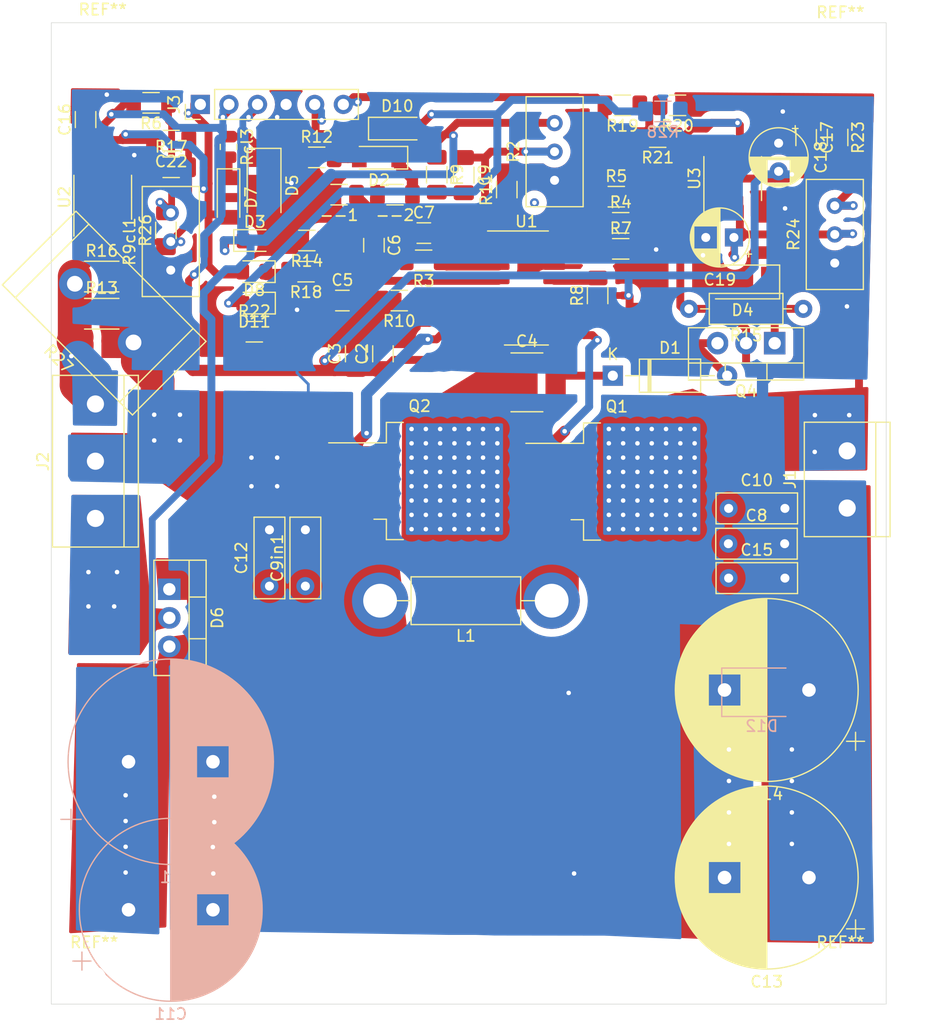
<source format=kicad_pcb>
(kicad_pcb (version 20211014) (generator pcbnew)
  (layers (0 "F.Cu" signal) (31 "B.Cu" signal) (34 "B.Paste" user) (35 "F.Paste" user) (36 "B.SilkS" user "B.Silkscreen") (37 "F.SilkS" user "F.Silkscreen") (38 "B.Mask" user) (39 "F.Mask" user) (44 "Edge.Cuts" user))
  (net 0 "")
  (net 1 "GND")
  (net 2 "Net-(C4-Pad1)")
  (net 3 "Net-(C4-Pad2)")
  (net 4 "Net-(C5-Pad1)")
  (net 5 "Net-(R7-Pad1)")
  (net 6 "Net-(R8-Pad2)")
  (net 7 "Net-(C6-Pad2)")
  (net 8 "Net-(C7-Pad2)")
  (net 9 "Net-(R11-Pad1)")
  (net 10 "Net-(Q1-Pad1)")
  (net 11 "Net-(Q2-Pad1)")
  (net 12 "Net-(--1-Pad1)")
  (net 13 "Net-(--2-Pad1)")
  (net 14 "Net-(D4-Pad1)")
  (net 15 "15V")
  (net 16 "Vin")
  (net 17 "FB")
  (net 18 "Net-(D8-Pad1)")
  (net 19 "CurrLimGND")
  (net 20 "Net-(R23-Pad1)")
  (net 21 "Net-(D10-Pad2)")
  (net 24 "Net-(C19-Pad1)")
  (net 25 "Net-(C22-Pad1)")
  (net 26 "Vout")
  (net 27 "Csense")
  (net 28 "Net-(R26-Pad2)")
  (net 29 "Net-(R19-Pad1)")
  (net 32 "Net-(R22-Pad2)")
  (net 33 "Net-(R21-Pad1)")
  (net 34 "Net-(J2-Pad1)")
  (net 35 "Net-(D7-Pad1)")
  (net 36 "Net-(R5-Pad2)")
  (net 37 "Net-(U1-Pad5)")
  (net 38 "Net-(C9-Pad2)")
  (footprint "Inductor_THT:L_Axial_L9.5mm_D4.0mm_P15.24mm_Horizontal_Fastron_SMCC" (layer "F.Cu") (at 61.468 84.074 180)
    (fp_text reference "L1")
    (fp_text value "45uH")
  )
  (footprint "Package_SO:SOIC-16_3.9x9.9mm_P1.27mm" (layer "F.Cu") (at 59.225 56.315)
    (fp_text reference "U1")
    (fp_text value "NCP1034")
  )
  (footprint "Capacitor_SMD:C_1206_3216Metric_Pad1.42x1.75mm_HandSolder" (layer "F.Cu") (at 42.8775 57.43)
    (fp_text reference "C5")
    (fp_text value "400n")
  )
  (footprint "Capacitor_SMD:C_1206_3216Metric_Pad1.42x1.75mm_HandSolder" (layer "F.Cu") (at 45.68 52.5175 -90)
    (fp_text reference "C6")
    (fp_text value "C")
  )
  (footprint "Capacitor_SMD:C_1206_3216Metric_Pad1.42x1.75mm_HandSolder" (layer "F.Cu") (at 50.1125 51.44)
    (fp_text reference "C7")
    (fp_text value "C")
  )
  (footprint "Package_TO_SOT_SMD:TO-263-2" (layer "F.Cu") (at 49.735 73.45)
    (fp_text reference "Q2")
    (fp_text value "AOB414")
  )
  (footprint "Diode_SMD:D_MiniMELF" (layer "F.Cu") (at 46.13 44.75 180)
    (fp_text reference "D2")
    (fp_text value "D")
  )
  (footprint "TerminalBlock:TerminalBlock_bornier-2_P5.08mm" (layer "F.Cu") (at 87.72 75.85 90)
    (fp_text reference "J1")
    (fp_text value "Conn_01x02")
  )
  (footprint "LED_SMD:LED_0805_2012Metric_Pad1.15x1.40mm_HandSolder" (layer "F.Cu") (at 35.09 52.1)
    (fp_text reference "D3")
    (fp_text value "GREEN")
  )
  (footprint "Resistor_SMD:R_1206_3216Metric_Pad1.30x1.75mm_HandSolder" (layer "F.Cu") (at 42.58 48.03 180)
    (fp_text reference "--1")
    (fp_text value "inf")
  )
  (footprint "Resistor_SMD:R_1206_3216Metric_Pad1.30x1.75mm_HandSolder" (layer "F.Cu") (at 47.55 48.03 180)
    (fp_text reference "--2")
    (fp_text value "0")
  )
  (footprint "Package_TO_SOT_THT:TO-220-3_Vertical" (layer "F.Cu") (at 81.28 61.214 180)
    (fp_text reference "Q4")
    (fp_text value "BD911")
  )
  (footprint "Capacitor_SMD:C_1206_3216Metric" (layer "F.Cu") (at 46.48 62.155 90)
    (fp_text reference "C2")
    (fp_text value "100n")
  )
  (footprint "Capacitor_SMD:C_1206_3216Metric" (layer "F.Cu") (at 44.06 62.155 90)
    (fp_text reference "C3")
    (fp_text value "22u")
  )
  (footprint "Package_TO_SOT_SMD:TO-263-2" (layer "F.Cu") (at 67.25 73.495)
    (fp_text reference "Q1")
    (fp_text value "AOB414")
  )
  (footprint "Resistor_THT:R_Axial_DIN0207_L6.3mm_D2.5mm_P10.16mm_Horizontal" (layer "F.Cu") (at 83.82 58.166 180)
    (fp_text reference "R15")
    (fp_text value "10k")
  )
  (footprint "Resistor_SMD:R_1206_3216Metric_Pad1.30x1.75mm_HandSolder" (layer "F.Cu") (at 50.0975 53.86 180)
    (fp_text reference "R3")
    (fp_text value "150k")
  )
  (footprint "Resistor_SMD:R_1206_3216Metric_Pad1.30x1.75mm_HandSolder" (layer "F.Cu") (at 67.6025 50.53)
    (fp_text reference "R4")
    (fp_text value "220k")
  )
  (footprint "Resistor_SMD:R_1206_3216Metric_Pad1.30x1.75mm_HandSolder" (layer "F.Cu") (at 67.21 48.21)
    (fp_text reference "R5")
    (fp_text value "12k")
  )
  (footprint "Resistor_SMD:R_1206_3216Metric_Pad1.30x1.75mm_HandSolder" (layer "F.Cu") (at 67.6025 52.84)
    (fp_text reference "R7")
    (fp_text value "18k")
  )
  (footprint "Resistor_SMD:R_1206_3216Metric_Pad1.30x1.75mm_HandSolder" (layer "F.Cu") (at 65.55 56.9775 90)
    (fp_text reference "R8")
    (fp_text value "10k")
  )
  (footprint "Resistor_SMD:R_1206_3216Metric_Pad1.30x1.75mm_HandSolder" (layer "F.Cu") (at 47.93 57.43 180)
    (fp_text reference "R10")
    (fp_text value "10k")
  )
  (footprint "Resistor_SMD:R_1206_3216Metric_Pad1.30x1.75mm_HandSolder" (layer "F.Cu") (at 40.5975 44.72)
    (fp_text reference "R12")
    (fp_text value "R")
  )
  (footprint "Resistor_SMD:R_1206_3216Metric_Pad1.30x1.75mm_HandSolder" (layer "F.Cu") (at 39.72 52.1 180)
    (fp_text reference "R14")
    (fp_text value "47k")
  )
  (footprint "Diode_SMD:D_MELF" (layer "F.Cu") (at 35.92 47.22 -90)
    (fp_text reference "D5")
    (fp_text value "5V")
  )
  (footprint "Capacitor_SMD:C_2220_5650Metric" (layer "F.Cu") (at 59.27 64.69)
    (fp_text reference "C4")
    (fp_text value "100nF 200V")
  )
  (footprint "Capacitor_THT:C_Rect_L7.0mm_W2.5mm_P5.00mm" (layer "F.Cu") (at 77.165001 79.015001)
    (fp_text reference "C8")
    (fp_text value "10u")
  )
  (footprint "Capacitor_THT:C_Rect_L7.0mm_W2.5mm_P5.00mm" (layer "F.Cu") (at 77.19 75.88)
    (fp_text reference "C10")
    (fp_text value "100u")
  )
  (footprint "Capacitor_THT:C_Rect_L7.0mm_W2.5mm_P5.00mm" (layer "F.Cu") (at 77.19 82.07)
    (fp_text reference "C15")
    (fp_text value "C")
  )
  (footprint "Capacitor_THT:C_Rect_L7.0mm_W2.5mm_P5.00mm" (layer "F.Cu") (at 39.59 82.78 90)
    (fp_text reference "C9in1")
    (fp_text value "20u")
  )
  (footprint "Capacitor_THT:C_Rect_L7.0mm_W2.5mm_P5.00mm" (layer "F.Cu") (at 36.4 82.78 90)
    (fp_text reference "C12")
    (fp_text value "100n")
  )
  (footprint "Resistor_SMD:R_1206_3216Metric_Pad1.30x1.75mm_HandSolder" (layer "F.Cu") (at 57.48 47.58 90)
    (fp_text reference "R11")
    (fp_text value "3.3k")
  )
  (footprint "Diode_SMD:D_MiniMELF" (layer "F.Cu") (at 32.766 48.288 -90)
    (fp_text reference "D7")
    (fp_text value "D")
  )
  (footprint "LED_SMD:LED_0805_2012Metric_Pad1.15x1.40mm_HandSolder" (layer "F.Cu") (at 35.043 54.864 180)
    (fp_text reference "D8")
    (fp_text value "RED")
  )
  (footprint "Diode_SMD:D_MiniMELF" (layer "F.Cu") (at 47.752 42.164)
    (fp_text reference "D10")
    (fp_text value "D")
  )
  (footprint "LED_SMD:LED_0805_2012Metric_Pad1.15x1.40mm_HandSolder" (layer "F.Cu") (at 35.060999 57.658 180)
    (fp_text reference "D11")
    (fp_text value "YELLOW")
  )
  (footprint "Resistor_SMD:R_1206_3216Metric_Pad1.30x1.75mm_HandSolder" (layer "F.Cu") (at 25.882 39.878 180)
    (fp_text reference "R6")
    (fp_text value "18k")
  )
  (footprint "Resistor_SMD:R_1206_3216Metric_Pad1.30x1.75mm_HandSolder" (layer "F.Cu") (at 27.67 45.6)
    (fp_text reference "R17")
    (fp_text value "10k")
  )
  (footprint "Resistor_SMD:R_1206_3216Metric_Pad1.30x1.75mm_HandSolder" (layer "F.Cu") (at 39.650001 54.864 180)
    (fp_text reference "R18")
    (fp_text value "220")
  )
  (footprint "Resistor_SMD:R_1206_3216Metric_Pad1.30x1.75mm_HandSolder" (layer "F.Cu") (at 67.75 40.1 180)
    (fp_text reference "R19")
    (fp_text value "100k")
  )
  (footprint "Resistor_SMD:R_1206_3216Metric_Pad1.30x1.75mm_HandSolder" (layer "F.Cu") (at 35.052 60.198)
    (fp_text reference "R22")
    (fp_text value "470")
  )
  (footprint "Resistor_SMD:R_1206_3216Metric_Pad1.30x1.75mm_HandSolder" (layer "F.Cu") (at 86.868 42.952 -90)
    (fp_text reference "R23")
    (fp_text value "0")
  )
  (footprint "Package_SO:SOIC-8_3.9x4.9mm_P1.27mm" (layer "F.Cu") (at 77.55 46.6 90)
    (fp_text reference "U3")
    (fp_text value "NE5534")
  )
  (footprint "Package_SO:SOIC-8_3.9x4.9mm_P1.27mm" (layer "F.Cu") (at 21.59 48.26 90)
    (fp_text reference "U2")
    (fp_text value "NE5534")
  )
  (footprint "Resistor_SMD:R_1206_3216Metric_Pad1.30x1.75mm_HandSolder" (layer "F.Cu") (at 72.65 40.1 180)
    (fp_text reference "R20")
    (fp_text value "10k")
  )
  (footprint "Capacitor_SMD:C_1206_3216Metric_Pad1.33x1.80mm_HandSolder" (layer "F.Cu") (at 20.066 41.3635 90)
    (fp_text reference "C16")
    (fp_text value "100n")
  )
  (footprint "Potentiometer_THT:Potentiometer_Bourns_3296W_Vertical" (layer "F.Cu") (at 61.725 41.675 90)
    (fp_text reference "R2")
    (fp_text value "50k")
  )
  (footprint "Potentiometer_THT:Potentiometer_Bourns_3296W_Vertical" (layer "F.Cu") (at 86.614 49.022 90)
    (fp_text reference "R24")
    (fp_text value "100k")
  )
  (footprint "Resistor_SMD:R_2010_5025Metric_Pad1.40x2.65mm_HandSolder" (layer "F.Cu") (at 21.5 55.3)
    (fp_text reference "R16")
    (fp_text value "0.27")
  )
  (footprint "Diode_THT:D_A-405_P10.16mm_Horizontal" (layer "F.Cu") (at 66.9 64.1)
    (fp_text reference "D1")
    (fp_text value "BAV21")
  )
  (footprint "TerminalBlock:TerminalBlock_bornier-3_P5.08mm" (layer "F.Cu") (at 20.94 76.77 90)
    (fp_text reference "J2")
    (fp_text value "Conn_01x03")
  )
  (footprint "Resistor_SMD:R_1206_3216Metric_Pad1.30x1.75mm_HandSolder" (layer "F.Cu") (at 70.89 42.92 180)
    (fp_text reference "R21")
    (fp_text value "10k")
  )
  (footprint "Resistor_SMD:R_1206_3216Metric_Pad1.30x1.75mm_HandSolder" (layer "F.Cu") (at 51.26 46.26 -90)
    (fp_text reference "R9")
    (fp_text value "1.73k")
  )
  (footprint "Capacitor_SMD:C_1206_3216Metric_Pad1.33x1.80mm_HandSolder" (layer "F.Cu") (at 53.66 46.2975 -90)
    (fp_text reference "C9")
    (fp_text value "1094pF")
  )
  (footprint "Capacitor_THT:CP_Radial_D5.0mm_P2.50mm" (layer "F.Cu") (at 81.63 43.46 -90)
    (fp_text reference "C18")
    (fp_text value "100u")
  )
  (footprint "Capacitor_SMD:C_1206_3216Metric_Pad1.33x1.80mm_HandSolder" (layer "F.Cu") (at 84.074 42.9645 -90)
    (fp_text reference "C17")
    (fp_text value "100n")
  )
  (footprint "Capacitor_THT:CP_Radial_D5.0mm_P2.50mm" (layer "F.Cu") (at 77.66 51.83 180)
    (fp_text reference "C19")
    (fp_text value "100u")
  )
  (footprint "Diode_SMD:D_MELF" (layer "F.Cu") (at 78.42 55.78 180)
    (fp_text reference "D4")
    (fp_text value "15V")
  )
  (footprint "Capacitor_SMD:C_1206_3216Metric_Pad1.33x1.80mm_HandSolder" (layer "F.Cu") (at 27.6725 43.23 180)
    (fp_text reference "C22")
    (fp_text value "100n")
  )
  (footprint "Potentiometer_THT:Potentiometer_Bourns_3296W_Vertical" (layer "F.Cu") (at 27.63 49.65 90)
    (fp_text reference "R9cl1")
    (fp_text value "10k")
  )
  (footprint "Resistor_SMD:R_2010_5025Metric_Pad1.40x2.65mm_HandSolder" (layer "F.Cu") (at 21.5 58.6)
    (fp_text reference "R13")
    (fp_text value "0.27")
  )
  (footprint "Connector_PinHeader_2.54mm:PinHeader_1x06_P2.54mm_Vertical" (layer "F.Cu") (at 30.26 40.02 90)
    (fp_text reference "J3")
    (fp_text value "Conn_01x06_Female")
  )
  (footprint "Resistor_SMD:R_1206_3216Metric_Pad1.30x1.75mm_HandSolder" (layer "F.Cu") (at 27.2 51.2 90)
    (fp_text reference "R26")
    (fp_text value "-")
  )
  (footprint "MountingHole:MountingHole_2.1mm" (layer "F.Cu") (at 21.59 34.798)
    (fp_text reference "REF**")
    (fp_text value "MountingHole_2.1mm")
  )
  (footprint "Resistor_THT:R_Radial_Power_L16.1mm_W9.0mm_P7.37mm" (layer "F.Cu") (at 24.325 61.15 135)
    (fp_text reference "R27")
    (fp_text value "0.2 5W")
  )
  (footprint "Capacitor_THT:CP_Radial_D16.0mm_P7.50mm" (layer "F.Cu") (at 84.325 108.65 180)
    (fp_text reference "C13")
    (fp_text value "10u")
  )
  (footprint "Capacitor_THT:CP_Radial_D16.0mm_P7.50mm" (layer "F.Cu") (at 84.325 92 180)
    (fp_text reference "C14")
    (fp_text value "10u")
  )
  (footprint "MountingHole:MountingHole_2.1mm" (layer "F.Cu") (at 87.122 117.602)
    (fp_text reference "REF**")
    (fp_text value "MountingHole_2.1mm")
  )
  (footprint "MountingHole:MountingHole_2.1mm" (layer "F.Cu") (at 20.828 117.602)
    (fp_text reference "REF**")
    (fp_text value "MountingHole_2.1mm")
  )
  (footprint "Resistor_SMD:R_0805_2012Metric" (layer "F.Cu") (at 32.766 43.7915 -90)
    (fp_text reference "Rcl3")
    (fp_text value "1k")
  )
  (footprint "MountingHole:MountingHole_2.1mm" (layer "F.Cu") (at 87.122 35.052)
    (fp_text reference "REF**")
    (fp_text value "MountingHole_2.1mm")
  )
  (footprint "Package_TO_SOT_THT:TO-220-3_Vertical" (layer "F.Cu") (at 27.503 83.058 -90)
    (fp_text reference "D6")
    (fp_text value "Dout")
  )
  (footprint "Capacitor_THT:CP_Radial_D16.0mm_P7.50mm" (layer "B.Cu") (at 23.88 111.51)
    (fp_text reference "C11")
    (fp_text value "10u")
  )
  (footprint "Capacitor_THT:CP_Radial_D18.0mm_P7.50mm" (layer "B.Cu") (at 23.88 98.37)
    (fp_text reference "C1")
    (fp_text value "100n")
  )
  (footprint "Diode_SMD:D_SMB" (layer "B.Cu") (at 80.128001 92.202)
    (fp_text reference "D12")
    (fp_text value "SMBJ100A")
  )
  (footprint "Resistor_SMD:R_1206_3216Metric_Pad1.30x1.75mm_HandSolder" (layer "B.Cu") (at 71.348 40.64)
    (fp_text reference "R28")
    (fp_text value "1k")
  )
  (gr_rect (start 17.018 32.766) (end 91.186 119.888) (layer "Edge.Cuts") (width 0.05) (fill none))
  (segment (start 52.56 58.22) (end 51.79 58.22) (width 0.7) (layer "F.Cu") (net 1))
  (segment (start 47.4 59.76) (end 46.48 60.68) (width 0.25) (layer "F.Cu") (net 1))
  (segment (start 24.71 62.78) (end 24.71 58.25) (width 3) (layer "F.Cu") (net 1))
  (segment (start 47.31 59.41) (end 46.48 60.24) (width 0.7) (layer "F.Cu") (net 1))
  (segment (start 27.4 67.2) (end 26.46 66.26) (width 3) (layer "F.Cu") (net 1))
  (segment (start 26.46 66.26) (end 26.46 64.53) (width 3) (layer "F.Cu") (net 1))
  (segment (start 38.17 52.1) (end 36.115 52.1) (width 0.7) (layer "F.Cu") (net 1))
  (segment (start 50.6 59.41) (end 47.31 59.41) (width 0.7) (layer "F.Cu") (net 1))
  (segment (start 46.48 60.24) (end 46.48 60.68) (width 0.7) (layer "F.Cu") (net 1))
  (segment (start 56.75 58.22) (end 52.56 58.22) (width 0.7) (layer "F.Cu") (net 1))
  (segment (start 52.56 58.22) (end 51.98 58.22) (width 0.7) (layer "F.Cu") (net 1))
  (segment (start 23.495 52.959) (end 25.4 54.864) (width 0.7) (layer "F.Cu") (net 1))
  (segment (start 51.79 58.22) (end 50.6 59.41) (width 0.7) (layer "F.Cu") (net 1))
  (segment (start 26.46 64.53) (end 24.71 62.78) (width 3) (layer "F.Cu") (net 1))
  (segment (start 23.495 50.735) (end 23.495 52.959) (width 0.7) (layer "F.Cu") (net 1))
  (via (at 37.084 71.374) (size 0.8) (drill 0.4) (layers "F.Cu" "B.Cu") (net 1))
  (via (at 34.798 71.374) (size 0.8) (drill 0.4) (layers "F.Cu" "B.Cu") (net 1))
  (via (at 34.798 73.914) (size 0.8) (drill 0.4) (layers "F.Cu" "B.Cu") (net 1))
  (via (at 37.084 73.914) (size 0.8) (drill 0.4) (layers "F.Cu" "B.Cu") (net 1))
  (via (at 82.804 105.664) (size 0.8) (drill 0.4) (layers "F.Cu" "B.Cu") (net 1))
  (via (at 31.5 103.732) (size 0.8) (drill 0.4) (layers "F.Cu" "B.Cu") (net 1))
  (via (at 82 40.65) (size 0.8) (drill 0.4) (layers "F.Cu" "B.Cu") (net 1))
  (via (at 37.084 41.148) (size 0.8) (drill 0.4) (layers "F.Cu" "B.Cu") (net 1))
  (via (at 82.804 97.282) (size 0.8) (drill 0.4) (layers "F.Cu" "B.Cu") (net 1))
  (via (at 28.448 67.564) (size 0.8) (drill 0.4) (layers "F.Cu" "B.Cu") (net 1))
  (via (at 26.162 67.564) (size 0.8) (drill 0.4) (layers "F.Cu" "B.Cu") (net 1))
  (via (at 38.35 47) (size 0.8) (drill 0.4) (layers "F.Cu" "B.Cu") (net 1))
  (via (at 82.2 49.25) (size 0.8) (drill 0.4) (layers "F.Cu" "B.Cu") (net 1))
  (via (at 82.804 102.87) (size 0.8) (drill 0.4) (layers "F.Cu" "B.Cu") (net 1))
  (via (at 31.5 101.472) (size 0.8) (drill 0.4) (layers "F.Cu" "B.Cu") (net 1))
  (via (at 38.85 58.25) (size 0.8) (drill 0.4) (layers "F.Cu" "B.Cu") (net 1))
  (via (at 26.162 69.85) (size 0.8) (drill 0.4) (layers "F.Cu" "B.Cu") (net 1))
  (via (at 63.46 108.29) (size 0.8) (drill 0.4) (layers "F.Cu" "B.Cu") (net 1))
  (via (at 31.41 108.292) (size 0.8) (drill 0.4) (layers "F.Cu" "B.Cu") (net 1))
  (via (at 62.98 92.26) (size 0.8) (drill 0.4) (layers "F.Cu" "B.Cu") (net 1))
  (via (at 28.448 69.85) (size 0.8) (drill 0.4) (layers "F.Cu" "B.Cu") (net 1))
  (via (at 70.75 52.9) (size 0.8) (drill 0.4) (layers "F.Cu" "B.Cu") (net 1))
  (via (at 87.7 57.95) (size 0.8) (drill 0.4) (layers "F.Cu" "B.Cu") (net 1))
  (via (at 74.91 53.41) (size 0.8) (drill 0.4) (layers "F.Cu" "B.Cu") (net 1))
  (via (at 24.39 44.52) (size 0.8) (drill 0.4) (layers "F.Cu" "B.Cu") (net 1))
  (via (at 21.95 39.15) (size 0.8) (drill 0.4) (layers "F.Cu" "B.Cu") (net 1))
  (via (at 82.804 100.076) (size 0.8) (drill 0.4) (layers "F.Cu" "B.Cu") (net 1))
  (via (at 31.37 105.942) (size 0.8) (drill 0.4) (layers "F.Cu" "B.Cu") (net 1))
  (segment (start 27.4 67.2) (end 27.4 62.55) (width 1) (layer "B.Cu") (net 1))
  (segment (start 38.85 63.85) (end 39.85 64.85) (width 0.25) (layer "B.Cu") (net 1))
  (segment (start 87.7 62.9) (end 87.7 57.95) (width 1) (layer "B.Cu") (net 1))
  (segment (start 27.4 67.2) (end 27.4 67.2) (width 1) (layer "B.Cu") (net 1))
  (segment (start 37.74 40.5) (end 38.21 40.03) (width 0.7) (layer "B.Cu") (net 1))
  (segment (start 86.85 63.75) (end 87.7 62.9) (width 1) (layer "B.Cu") (net 1))
  (segment (start 38.85 58.25) (end 38.85 63.85) (width 0.25) (layer "B.Cu") (net 1))
  (segment (start 81.05 63.75) (end 86.85 63.75) (width 1) (layer "B.Cu") (net 1))
  (segment (start 80.2 64.4) (end 80.4 64.4) (width 1) (layer "B.Cu") (net 1))
  (segment (start 80.4 64.4) (end 81.05 63.75) (width 1) (layer "B.Cu") (net 1))
  (segment (start 39.85 64.85) (end 39.85 71.46) (width 0.25) (layer "B.Cu") (net 1))
  (segment (start 80.2 67.05) (end 80.2 64.4) (width 1) (layer "B.Cu") (net 1))
  (segment (start 53.365 73.55) (end 53.16 73.55) (width 1) (layer "F.Cu") (net 2))
  (segment (start 65.305 58.22) (end 65.55 58.465) (width 0.7) (layer "F.Cu") (net 2))
  (segment (start 61.7 58.22) (end 65.305 58.22) (width 0.7) (layer "F.Cu") (net 2))
  (via (at 55.372 76.454) (size 0.8) (drill 0.4) (layers "F.Cu" "B.Cu") (net 2))
  (via (at 51.562 68.834) (size 0.8) (drill 0.4) (layers "F.Cu" "B.Cu") (net 2))
  (via (at 54.102 68.834) (size 0.8) (drill 0.4) (layers "F.Cu" "B.Cu") (net 2))
  (via (at 54.102 71.374) (size 0.8) (drill 0.4) (layers "F.Cu" "B.Cu") (net 2))
  (via (at 52.832 73.914) (size 0.8) (drill 0.4) (layers "F.Cu" "B.Cu") (net 2))
  (via (at 50.292 77.724) (size 0.8) (drill 0.4) (layers "F.Cu" "B.Cu") (net 2))
  (via (at 51.562 75.184) (size 0.8) (drill 0.4) (layers "F.Cu" "B.Cu") (net 2))
  (via (at 52.832 75.184) (size 0.8) (drill 0.4) (layers "F.Cu" "B.Cu") (net 2))
  (via (at 55.372 71.374) (size 0.8) (drill 0.4) (layers "F.Cu" "B.Cu") (net 2))
  (via (at 56.642 76.454) (size 0.8) (drill 0.4) (layers "F.Cu" "B.Cu") (net 2))
  (via (at 50.292 72.644) (size 0.8) (drill 0.4) (layers "F.Cu" "B.Cu") (net 2))
  (via (at 50.292 75.184) (size 0.8) (drill 0.4) (layers "F.Cu" "B.Cu") (net 2))
  (via (at 54.102 73.914) (size 0.8) (drill 0.4) (layers "F.Cu" "B.Cu") (net 2))
  (via (at 56.642 72.644) (size 0.8) (drill 0.4) (layers "F.Cu" "B.Cu") (net 2))
  (via (at 49.022 68.834) (size 0.8) (drill 0.4) (layers "F.Cu" "B.Cu") (net 2))
  (via (at 49.022 76.454) (size 0.8) (drill 0.4) (layers "F.Cu" "B.Cu") (net 2))
  (via (at 55.372 77.724) (size 0.8) (drill 0.4) (layers "F.Cu" "B.Cu") (net 2))
  (via (at 56.642 70.104) (size 0.8) (drill 0.4) (layers "F.Cu" "B.Cu") (net 2))
  (via (at 56.642 77.724) (size 0.8) (drill 0.4) (layers "F.Cu" "B.Cu") (net 2))
  (via (at 52.832 77.724) (size 0.8) (drill 0.4) (layers "F.Cu" "B.Cu") (net 2))
  (via (at 55.372 70.104) (size 0.8) (drill 0.4) (layers "F.Cu" "B.Cu") (net 2))
  (via (at 49.022 70.104) (size 0.8) (drill 0.4) (layers "F.Cu" "B.Cu") (net 2))
  (via (at 52.832 76.454) (size 0.8) (drill 0.4) (layers "F.Cu" "B.Cu") (net 2))
  (via (at 52.832 71.374) (size 0.8) (drill 0.4) (layers "F.Cu" "B.Cu") (net 2))
  (via (at 51.562 77.724) (size 0.8) (drill 0.4) (layers "F.Cu" "B.Cu") (net 2))
  (via (at 49.022 73.914) (size 0.8) (drill 0.4) (layers "F.Cu" "B.Cu") (net 2))
  (via (at 56.642 68.834) (size 0.8) (drill 0.4) (layers "F.Cu" "B.Cu") (net 2))
  (via (at 54.102 76.454) (size 0.8) (drill 0.4) (layers "F.Cu" "B.Cu") (net 2))
  (via (at 55.372 73.914) (size 0.8) (drill 0.4) (layers "F.Cu" "B.Cu") (net 2))
  (via (at 50.292 76.454) (size 0.8) (drill 0.4) (layers "F.Cu" "B.Cu") (net 2))
  (via (at 56.642 75.184) (size 0.8) (drill 0.4) (layers "F.Cu" "B.Cu") (net 2))
  (via (at 55.372 72.644) (size 0.8) (drill 0.4) (layers "F.Cu" "B.Cu") (net 2))
  (via (at 54.102 70.104) (size 0.8) (drill 0.4) (layers "F.Cu" "B.Cu") (net 2))
  (via (at 52.832 70.104) (size 0.8) (drill 0.4) (layers "F.Cu" "B.Cu") (net 2))
  (via (at 49.022 72.644) (size 0.8) (drill 0.4) (layers "F.Cu" "B.Cu") (net 2))
  (via (at 56.642 71.374) (size 0.8) (drill 0.4) (layers "F.Cu" "B.Cu") (net 2))
  (via (at 51.562 71.374) (size 0.8) (drill 0.4) (layers "F.Cu" "B.Cu") (net 2))
  (via (at 49.022 75.184) (size 0.8) (drill 0.4) (layers "F.Cu" "B.Cu") (net 2))
  (via (at 50.292 68.834) (size 0.8) (drill 0.4) (layers "F.Cu" "B.Cu") (net 2))
  (via (at 50.292 71.374) (size 0.8) (drill 0.4) (layers "F.Cu" "B.Cu") (net 2))
  (via (at 55.372 75.184) (size 0.8) (drill 0.4) (layers "F.Cu" "B.Cu") (net 2))
  (via (at 54.102 72.644) (size 0.8) (drill 0.4) (layers "F.Cu" "B.Cu") (net 2))
  (via (at 49.022 71.374) (size 0.8) (drill 0.4) (layers "F.Cu" "B.Cu") (net 2))
  (via (at 55.372 68.834) (size 0.8) (drill 0.4) (layers "F.Cu" "B.Cu") (net 2))
  (via (at 50.292 70.104) (size 0.8) (drill 0.4) (layers "F.Cu" "B.Cu") (net 2))
  (via (at 54.102 75.184) (size 0.8) (drill 0.4) (layers "F.Cu" "B.Cu") (net 2))
  (via (at 54.102 77.724) (size 0.8) (drill 0.4) (layers "F.Cu" "B.Cu") (net 2))
  (via (at 52.832 72.644) (size 0.8) (drill 0.4) (layers "F.Cu" "B.Cu") (net 2))
  (via (at 51.562 72.644) (size 0.8) (drill 0.4) (layers "F.Cu" "B.Cu") (net 2))
  (via (at 51.562 73.914) (size 0.8) (drill 0.4) (layers "F.Cu" "B.Cu") (net 2))
  (via (at 51.562 76.454) (size 0.8) (drill 0.4) (layers "F.Cu" "B.Cu") (net 2))
  (via (at 52.832 68.834) (size 0.8) (drill 0.4) (layers "F.Cu" "B.Cu") (net 2))
  (via (at 56.642 73.914) (size 0.8) (drill 0.4) (layers "F.Cu" "B.Cu") (net 2))
  (via (at 50.292 73.914) (size 0.8) (drill 0.4) (layers "F.Cu" "B.Cu") (net 2))
  (via (at 51.562 70.104) (size 0.8) (drill 0.4) (layers "F.Cu" "B.Cu") (net 2))
  (via (at 49.022 77.724) (size 0.8) (drill 0.4) (layers "F.Cu" "B.Cu") (net 2))
  (segment (start 61.82 64.69) (end 61.82 60.88) (width 0.7) (layer "F.Cu") (net 3))
  (segment (start 66.9 64.1) (end 62.41 64.1) (width 0.7) (layer "F.Cu") (net 3))
  (segment (start 62.41 64.1) (end 61.82 64.69) (width 0.7) (layer "F.Cu") (net 3))
  (segment (start 61.82 60.88) (end 61.7 60.76) (width 0.7) (layer "F.Cu") (net 3))
  (segment (start 56.75 55.68) (end 43.14 55.68) (width 0.7) (layer "F.Cu") (net 4))
  (segment (start 42.505 56.315) (end 41.39 57.43) (width 0.7) (layer "F.Cu") (net 4))
  (segment (start 43.14 55.68) (end 42.505 56.315) (width 0.7) (layer "F.Cu") (net 4))
  (segment (start 65.815 53.14) (end 66.115 52.84) (width 0.7) (layer "F.Cu") (net 5))
  (segment (start 61.7 53.14) (end 65.815 53.14) (width 0.7) (layer "F.Cu") (net 5))
  (segment (start 65.36 55.68) (end 65.55 55.49) (width 0.7) (layer "F.Cu") (net 6))
  (segment (start 61.7 55.68) (end 65.36 55.68) (width 0.7) (layer "F.Cu") (net 6))
  (segment (start 45.825 53.86) (end 45.68 54.005) (width 0.7) (layer "F.Cu") (net 7))
  (segment (start 48.61 53.86) (end 45.825 53.86) (width 0.7) (layer "F.Cu") (net 7))
  (segment (start 52.135 54.41) (end 51.585 53.86) (width 0.7) (layer "F.Cu") (net 8))
  (segment (start 51.6 51.44) (end 51.6 53.845) (width 0.7) (layer "F.Cu") (net 8))
  (segment (start 56.75 54.41) (end 52.135 54.41) (width 0.7) (layer "F.Cu") (net 8))
  (segment (start 51.6 53.845) (end 51.585 53.86) (width 0.7) (layer "F.Cu") (net 8))
  (segment (start 56.75 49.86) (end 57.48 49.13) (width 0.7) (layer "F.Cu") (net 9))
  (segment (start 56.66 51.78) (end 56.75 51.87) (width 0.7) (layer "F.Cu") (net 9))
  (segment (start 56.75 51.87) (end 56.75 49.86) (width 0.7) (layer "F.Cu") (net 9))
  (segment (start 61.475 70.955) (end 61.475 70.175) (width 1) (layer "F.Cu") (net 10))
  (segment (start 63.33 59.49) (end 61.7 59.49) (width 0.7) (layer "F.Cu") (net 10))
  (segment (start 61.475 70.175) (end 62.62 69.03) (width 1) (layer "F.Cu") (net 10))
  (segment (start 65.08 60.5) (end 64.34 60.5) (width 0.7) (layer "F.Cu") (net 10))
  (segment (start 65.53 60.95) (end 65.08 60.5) (width 0.7) (layer "F.Cu") (net 10))
  (segment (start 64.34 60.5) (end 63.33 59.49) (width 0.7) (layer "F.Cu") (net 10))
  (via (at 65.53 60.95) (size 0.8) (drill 0.4) (layers "F.Cu" "B.Cu") (net 10))
  (via (at 62.62 69.03) (size 0.8) (drill 0.4) (layers "F.Cu" "B.Cu") (net 10))
  (segment (start 64.8 66.85) (end 64.8 61.68) (width 0.7) (layer "B.Cu") (net 10))
  (segment (start 62.62 69.03) (end 64.8 66.85) (width 0.7) (layer "B.Cu") (net 10))
  (segment (start 64.8 61.68) (end 65.53 60.95) (width 0.7) (layer "B.Cu") (net 10))
  (segment (start 56.75 59.49) (end 52.62 59.49) (width 0.7) (layer "F.Cu") (net 11))
  (segment (start 52.62 59.49) (end 51.24 60.87) (width 0.7) (layer "F.Cu") (net 11))
  (segment (start 44.215 70.015) (end 45.03 69.2) (width 1) (layer "F.Cu") (net 11))
  (segment (start 44.215 71.01) (end 44.215 70.015) (width 1) (layer "F.Cu") (net 11))
  (segment (start 51.24 60.87) (end 50.47 60.87) (width 0.7) (layer "F.Cu") (net 11))
  (via (at 45.03 69.2) (size 0.8) (drill 0.4) (layers "F.Cu" "B.Cu") (net 11))
  (via (at 50.47 60.87) (size 0.8) (drill 0.4) (layers "F.Cu" "B.Cu") (net 11))
  (segment (start 49.86 60.87) (end 50.47 60.87) (width 1) (layer "B.Cu") (net 11))
  (segment (start 45.03 69.2) (end 45.03 65.7) (width 1) (layer "B.Cu") (net 11))
  (segment (start 45.03 65.7) (end 49.86 60.87) (width 1) (layer "B.Cu") (net 11))
  (segment (start 45.68 48.35) (end 46 48.03) (width 0.7) (layer "F.Cu") (net 12))
  (segment (start 45.68 49.58) (end 44.13 48.03) (width 0.7) (layer "F.Cu") (net 12))
  (segment (start 48.215 51.03) (end 48.625 51.44) (width 0.7) (layer "F.Cu") (net 12))
  (segment (start 45.68 49.58) (end 45.68 48.35) (width 0.7) (layer "F.Cu") (net 12))
  (segment (start 45.68 51.03) (end 45.68 49.58) (width 0.7) (layer "F.Cu") (net 12))
  (segment (start 45.68 51.03) (end 48.215 51.03) (width 0.7) (layer "F.Cu") (net 12))
  (segment (start 59.17 44.21) (end 61.71 44.21) (width 0.7) (layer "F.Cu") (net 13))
  (segment (start 49.1 49.12) (end 49.54 49.56) (width 0.7) (layer "F.Cu") (net 13))
  (segment (start 56.08 44.21) (end 59.17 44.21) (width 0.7) (layer "F.Cu") (net 13))
  (segment (start 49.54 49.56) (end 52.89 49.56) (width 0.7) (layer "F.Cu") (net 13))
  (segment (start 55.555 44.735) (end 56.08 44.21) (width 0.7) (layer "F.Cu") (net 13))
  (segment (start 53.42 50.09) (end 53.42 52.67) (width 0.7) (layer "F.Cu") (net 13))
  (segment (start 59.17 44.21) (end 59.17 44.21) (width 0.7) (layer "F.Cu") (net 13))
  (segment (start 47.88 45.37) (end 49.1 46.59) (width 1) (layer "F.Cu") (net 13))
  (segment (start 53.66 44.735) (end 55.555 44.735) (width 0.7) (layer "F.Cu") (net 13))
  (segment (start 52.89 49.56) (end 53.42 50.09) (width 0.7) (layer "F.Cu") (net 13))
  (segment (start 53.89 53.14) (end 56.75 53.14) (width 0.7) (layer "F.Cu") (net 13))
  (segment (start 54.42 50.09) (end 53.42 50.09) (width 0.7) (layer "F.Cu") (net 13))
  (segment (start 59.94 48.58) (end 59.94 48.75) (width 0.25) (layer "F.Cu") (net 13))
  (segment (start 55.555 48.955) (end 54.42 50.09) (width 0.7) (layer "F.Cu") (net 13))
  (segment (start 49.1 46.59) (end 49.1 48.03) (width 1) (layer "F.Cu") (net 13))
  (segment (start 55.555 44.735) (end 55.555 48.955) (width 0.7) (layer "F.Cu") (net 13))
  (segment (start 49.1 48.03) (end 49.1 49.12) (width 0.7) (layer "F.Cu") (net 13))
  (segment (start 53.42 52.67) (end 53.89 53.14) (width 0.7) (layer "F.Cu") (net 13))
  (via (at 59.17 44.21) (size 0.8) (drill 0.4) (layers "F.Cu" "B.Cu") (net 13))
  (via (at 59.94 48.75) (size 0.8) (drill 0.4) (layers "F.Cu" "B.Cu") (net 13))
  (segment (start 59.17 44.21) (end 61.71 44.21) (width 0.7) (layer "B.Cu") (net 13))
  (segment (start 81.28 56.24) (end 80.82 55.78) (width 0.7) (layer "F.Cu") (net 14))
  (segment (start 81.28 61.214) (end 81.28 58.674) (width 0.7) (layer "F.Cu") (net 14))
  (segment (start 81.788 58.166) (end 83.82 58.166) (width 0.7) (layer "F.Cu") (net 14))
  (segment (start 81.28 58.674) (end 81.28 56.24) (width 0.7) (layer "F.Cu") (net 14))
  (segment (start 81.28 58.674) (end 81.788 58.166) (width 0.7) (layer "F.Cu") (net 14))
  (segment (start 81.34 45.84) (end 81.34 46.56) (width 0.7) (layer "F.Cu") (net 15))
  (segment (start 73.084 61.214) (end 74.174 61.214) (width 0.7) (layer "F.Cu") (net 15))
  (segment (start 51.47 62.7) (end 47.41 62.7) (width 0.7) (layer "F.Cu") (net 15))
  (segment (start 85.372 46.228) (end 85.252 46.108) (width 0.7) (layer "F.Cu") (net 15))
  (segment (start 81.3 46.6) (end 82.432 46.6) (width 0.7) (layer "F.Cu") (net 15))
  (segment (start 63.95 56.95) (end 63.98 56.98) (width 0.6) (layer "F.Cu") (net 15))
  (segment (start 46.99 63.16) (end 47.02 63.13) (width 0.7) (layer "F.Cu") (net 15))
  (segment (start 82.804 46.228) (end 85.372 46.228) (width 0.7) (layer "F.Cu") (net 15))
  (segment (start 29.594 63.63) (end 29.21 63.246) (width 1) (layer "F.Cu") (net 15))
  (segment (start 61.7 56.95) (end 63.55 56.95) (width 0.7) (layer "F.Cu") (net 15))
  (segment (start 81.34 46.56) (end 81.3 46.6) (width 0.7) (layer "F.Cu") (net 15))
  (segment (start 86.868 44.502) (end 85.252 44.502) (width 0.7) (layer "F.Cu") (net 15))
  (segment (start 20.066 42.926) (end 20.574 42.926) (width 0.7) (layer "F.Cu") (net 15))
  (segment (start 77.85 46.6) (end 81.3 46.6) (width 0.7) (layer "F.Cu") (net 15))
  (segment (start 22.479 40.767) (end 22.352 40.894) (width 0.7) (layer "F.Cu") (net 15))
  (segment (start 29.21 55.626) (end 29.718 55.118) (width 0.6) (layer "F.Cu") (net 15))
  (segment (start 68.39 57.98) (end 69.85 57.98) (width 0.7) (layer "F.Cu") (net 15))
  (segment (start 73.084 61.214) (end 69.85 57.98) (width 0.7) (layer "F.Cu") (net 15))
  (segment (start 56.75 60.76) (end 53.41 60.76) (width 0.7) (layer "F.Cu") (net 15))
  (segment (start 42.18 63.63) (end 41.32 62.77) (width 1) (layer "F.Cu") (net 15))
  (segment (start 32.8 40.02) (end 32.8 40.606) (width 0.6) (layer "F.Cu") (net 15))
  (segment (start 82.432 46.6) (end 82.804 46.228) (width 0.7) (layer "F.Cu") (net 15))
  (segment (start 32.8 40.606) (end 32.258 41.148) (width 0.6) (layer "F.Cu") (net 15))
  (segment (start 41.71 63.16) (end 41.32 62.77) (width 0.7) (layer "F.Cu") (net 15))
  (segment (start 20.955 45.785) (end 20.955 42.545) (width 0.7) (layer "F.Cu") (net 15))
  (segment (start 44.28 63.16) (end 41.71 63.16) (width 0.7) (layer "F.Cu") (net 15))
  (segment (start 74.174 61.214) (end 77.06 64.1) (width 0.7) (layer "F.Cu") (net 15))
  (segment (start 22.733 40.767) (end 23.622 39.878) (width 0.7) (layer "F.Cu") (net 15))
  (segment (start 42.18 63.63) (end 29.594 63.63) (width 1) (layer "F.Cu") (net 15))
  (segment (start 76.2 61.214) (end 73.084 61.214) (width 0.7) (layer "F.Cu") (net 15))
  (segment (start 22.733 40.767) (end 22.479 40.767) (width 0.7) (layer "F.Cu") (net 15))
  (segment (start 23.622 39.878) (end 24.332 39.878) (width 0.7) (layer "F.Cu") (net 15))
  (segment (start 76.915 45.665) (end 77.85 46.6) (width 0.7) (layer "F.Cu") (net 15))
  (segment (start 85.252 46.108) (end 85.252 44.502) (width 0.7) (layer "F.Cu") (net 15))
  (segment (start 44.28 63.16) (end 46.99 63.16) (width 0.7) (layer "F.Cu") (net 15))
  (segment (start 32.72 40.13) (end 32.83 40.02) (width 0.7) (layer "F.Cu") (net 15))
  (segment (start 76.915 44.125) (end 76.915 45.665) (width 0.7) (layer "F.Cu") (net 15))
  (segment (start 63.55 56.95) (end 63.95 56.95) (width 0.6) (layer "F.Cu") (net 15))
  (segment (start 53.41 60.76) (end 51.47 62.7) (width 0.7) (layer "F.Cu") (net 15))
  (segment (start 20.574 42.926) (end 22.733 40.767) (width 0.7) (layer "F.Cu") (net 15))
  (segment (start 47.41 62.7) (end 46.48 63.63) (width 0.7) (layer "F.Cu") (net 15))
  (segment (start 67.77 56.98) (end 68.29 56.98) (width 0.7) (layer "F.Cu") (net 15))
  (segment (start 46.48 63.63) (end 42.18 63.63) (width 1) (layer "F.Cu") (net 15))
  (segment (start 68.29 56.98) (end 68.3 56.97) (width 0.7) (layer "F.Cu") (net 15))
  (segment (start 68.39 57.98) (end 68.39 57.06) (width 0.7) (layer "F.Cu") (net 15))
  (segment (start 85.252 44.502) (end 83.514 44.502) (width 0.7) (layer "F.Cu") (net 15))
  (segment (start 63.98 56.98) (end 67.77 56.98) (width 0.6) (layer "F.Cu") (net 15))
  (segment (start 68.39 57.06) (end 68.3 56.97) (width 0.7) (layer "F.Cu") (net 15))
  (segment (start 29.21 63.246) (end 29.21 55.626) (width 0.6) (layer "F.Cu") (net 15))
  (via (at 68.3 56.97) (size 0.8) (drill 0.4) (layers "F.Cu" "B.Cu") (net 15))
  (via (at 29.718 55.118) (size 0.8) (drill 0.4) (layers "F.Cu" "B.Cu") (net 15))
  (via (at 41.32 62.77) (size 0.8) (drill 0.4) (layers "F.Cu" "B.Cu") (net 15))
  (via (at 82.804 46.228) (size 0.8) (drill 0.4) (layers "F.Cu" "B.Cu") (net 15))
  (via (at 22.352 40.894) (size 0.8) (drill 0.4) (layers "F.Cu" "B.Cu") (net 15))
  (via (at 32.258 41.148) (size 0.8) (drill 0.4) (layers "F.Cu" "B.Cu") (net 15))
  (segment (start 31.9 42.1) (end 32.258 42.458) (width 0.7) (layer "B.Cu") (net 15))
  (segment (start 32.258 42.458) (end 32.258 42.926) (width 0.7) (layer "B.Cu") (net 15))
  (segment (start 32.004 43.688) (end 32.004 43.18) (width 1) (layer "B.Cu") (net 15))
  (segment (start 32.5 40.35) (end 32.83 40.02) (width 0.7) (layer "B.Cu") (net 15))
  (segment (start 32.258 42.926) (end 32.004 43.18) (width 0.7) (layer "B.Cu") (net 15))
  (segment (start 68.3 56.97) (end 68.3 55.31) (width 0.7) (layer "B.Cu") (net 15))
  (segment (start 78.75 55.2) (end 79.5 54.45) (width 0.7) (layer "B.Cu") (net 15))
  (segment (start 68.3 55.31) (end 68.19 55.2) (width 0.7) (layer "B.Cu") (net 15))
  (segment (start 80.322 46.228) (end 82.804 46.228) (width 0.7) (layer "B.Cu") (net 15))
  (segment (start 48.89 55.2) (end 41.32 62.77) (width 0.7) (layer "B.Cu") (net 15))
  (segment (start 79.5 54.45) (end 79.5 47.05) (width 0.7) (layer "B.Cu") (net 15))
  (segment (start 30.6 54.236) (end 30.6 53.474) (width 0.6) (layer "B.Cu") (net 15))
  (segment (start 26.994 40.894) (end 28.2 42.1) (width 0.7) (layer "B.Cu") (net 15))
  (segment (start 32.004 49.784) (end 32.004 43.688) (width 1) (layer "B.Cu") (net 15))
  (segment (start 29.718 55.118) (end 30.6 54.236) (width 0.6) (layer "B.Cu") (net 15))
  (segment (start 32.258 41.91) (end 32.258 41.148) (width 0.6) (layer "B.Cu") (net 15))
  (segment (start 79.5 47.05) (end 80.322 46.228) (width 0.7) (layer "B.Cu") (net 15))
  (segment (start 32.258 41.148) (end 32.258 40.562) (width 0.6) (layer "B.Cu") (net 15))
  (segment (start 32.258 40.562) (end 32.8 40.02) (width 0.6) (layer "B.Cu") (net 15))
  (segment (start 32.258 41.91) (end 32.258 42.458) (width 0.7) (layer "B.Cu") (net 15))
  (segment (start 68.19 55.2) (end 78.75 55.2) (width 0.7) (layer "B.Cu") (net 15))
  (segment (start 28.2 42.1) (end 31.9 42.1) (width 0.7) (layer "B.Cu") (net 15))
  (segment (start 30.6 51.65) (end 32.004 50.246) (width 0.7) (layer "B.Cu") (net 15))
  (segment (start 22.352 40.894) (end 26.994 40.894) (width 0.7) (layer "B.Cu") (net 15))
  (segment (start 68.19 55.2) (end 48.89 55.2) (width 0.7) (layer "B.Cu") (net 15))
  (segment (start 30.6 53.474) (end 30.6 51.65) (width 0.7) (layer "B.Cu") (net 15))
  (segment (start 32.004 50.246) (end 32.004 49.784) (width 0.7) (layer "B.Cu") (net 15))
  (segment (start 66.65 45.11) (end 66.65 41.86) (width 0.6) (layer "F.Cu") (net 16))
  (segment (start 88.77 69.72) (end 87.72 70.77) (width 0.7) (layer "F.Cu") (net 16))
  (segment (start 69.1525 50.53) (end 71.09 50.53) (width 0.7) (layer "F.Cu") (net 16))
  (segment (start 63.754 39.37) (end 43.886 39.37) (width 0.7) (layer "F.Cu") (net 16))
  (segment (start 78.74 61.214) (end 78.74 59.944) (width 0.7) (layer "F.Cu") (net 16))
  (segment (start 78.74 59.944) (end 76.962 58.166) (width 0.7) (layer "F.Cu") (net 16))
  (segment (start 88.77 63.87) (end 79.618 63.87) (width 0.7) (layer "F.Cu") (net 16))
  (segment (start 72.898 57.912) (end 73.152 58.166) (width 0.7) (layer "F.Cu") (net 16))
  (segment (start 71.09 50.53) (end 71.44 50.88) (width 0.7) (layer "F.Cu") (net 16))
  (segment (start 68.67 46.49) (end 68.11 45.93) (width 0.6) (layer "F.Cu") (net 16))
  (segment (start 73.152 58.166) (end 73.66 58.166) (width 0.7) (layer "F.Cu") (net 16))
  (segment (start 70.625 73.495) (end 70.625 72.365) (width 1) (layer "F.Cu") (net 16))
  (segment (start 79.618 63.87) (end 78.74 62.992) (width 0.7) (layer "F.Cu") (net 16))
  (segment (start 88.77 63.87) (end 88.77 69.72) (width 0.7) (layer "F.Cu") (net 16))
  (segment (start 68.11 45.93) (end 67.47 45.93) (width 0.6) (layer "F.Cu") (net 16))
  (segment (start 71.09 47.42) (end 70.16 46.49) (width 0.6) (layer "F.Cu") (net 16))
  (segment (start 66.2 41.41) (end 66.2 40.1) (width 0.6) (layer "F.Cu") (net 16))
  (segment (start 65.47 39.37) (end 66.2 40.1) (width 0.6) (layer "F.Cu") (net 16))
  (segment (start 66.65 41.86) (end 66.2 41.41) (width 0.6) (layer "F.Cu") (net 16))
  (segment (start 78.74 62.992) (end 78.74 61.214) (width 0.7) (layer "F.Cu") (net 16))
  (segment (start 70.16 46.49) (end 68.67 46.49) (width 0.6) (layer "F.Cu") (net 16))
  (segment (start 66.168 40.132) (end 66.2 40.1) (width 0.7) (layer "F.Cu") (net 16))
  (segment (start 72.898 52.338) (end 72.898 57.912) (width 0.7) (layer "F.Cu") (net 16))
  (segment (start 43.886 39.37) (end 43.206 40.05) (width 0.7) (layer "F.Cu") (net 16))
  (segment (start 67.47 45.93) (end 66.65 45.11) (width 0.6) (layer "F.Cu") (net 16))
  (segment (start 63.754 39.37) (end 65.47 39.37) (width 0.6) (layer "F.Cu") (net 16))
  (segment (start 76.962 58.166) (end 73.66 58.166) (width 0.7) (layer "F.Cu") (net 16))
  (segment (start 71.44 50.88) (end 72.898 52.338) (width 0.7) (layer "F.Cu") (net 16))
  (segment (start 71.09 50.53) (end 71.09 47.42) (width 0.6) (layer "F.Cu") (net 16))
  (via (at 66.548 72.644) (size 0.8) (drill 0.4) (layers "F.Cu" "B.Cu") (net 16))
  (via (at 67.818 73.914) (size 0.8) (drill 0.4) (layers "F.Cu" "B.Cu") (net 16))
  (via (at 69.088 77.724) (size 0.8) (drill 0.4) (layers "F.Cu" "B.Cu") (net 16))
  (via (at 69.088 72.644) (size 0.8) (drill 0.4) (layers "F.Cu" "B.Cu") (net 16))
  (via (at 74.168 68.834) (size 0.8) (drill 0.4) (layers "F.Cu" "B.Cu") (net 16))
  (via (at 70.358 68.834) (size 0.8) (drill 0.4) (layers "F.Cu" "B.Cu") (net 16))
  (via (at 70.358 76.454) (size 0.8) (drill 0.4) (layers "F.Cu" "B.Cu") (net 16))
  (via (at 44.22 39.81) (size 0.8) (drill 0.4) (layers "F.Cu" "B.Cu") (net 16))
  (via (at 70.358 72.644) (size 0.8) (drill 0.4) (layers "F.Cu" "B.Cu") (net 16))
  (via (at 77.216 97.282) (size 0.8) (drill 0.4) (layers "F.Cu" "B.Cu") (net 16))
  (via (at 74.168 77.724) (size 0.8) (drill 0.4) (layers "F.Cu" "B.Cu") (net 16))
  (via (at 67.818 70.104) (size 0.8) (drill 0.4) (layers "F.Cu" "B.Cu") (net 16))
  (via (at 69.088 68.834) (size 0.8) (drill 0.4) (layers "F.Cu" "B.Cu") (net 16))
  (via (at 66.548 75.184) (size 0.8) (drill 0.4) (layers "F.Cu" "B.Cu") (net 16))
  (via (at 66.548 77.724) (size 0.8) (drill 0.4) (layers "F.Cu" "B.Cu") (net 16))
  (via (at 67.818 71.374) (size 0.8) (drill 0.4) (layers "F.Cu" "B.Cu") (net 16))
  (via (at 77.216 105.664) (size 0.8) (drill 0.4) (layers "F.Cu" "B.Cu") (net 16))
  (via (at 71.628 70.104) (size 0.8) (drill 0.4) (layers "F.Cu" "B.Cu") (net 16))
  (via (at 67.818 77.724) (size 0.8) (drill 0.4) (layers "F.Cu" "B.Cu") (net 16))
  (via (at 67.818 76.454) (size 0.8) (drill 0.4) (layers "F.Cu" "B.Cu") (net 16))
  (via (at 71.628 76.454) (size 0.8) (drill 0.4) (layers "F.Cu" "B.Cu") (net 16))
  (via (at 66.548 76.454) (size 0.8) (drill 0.4) (layers "F.Cu" "B.Cu") (net 16))
  (via (at 77.216 102.87) (size 0.8) (drill 0.4) (layers "F.Cu" "B.Cu") (net 16))
  (via (at 71.628 72.644) (size 0.8) (drill 0.4) (layers "F.Cu" "B.Cu") (net 16))
  (via (at 72.898 73.914) (size 0.8) (drill 0.4) (layers "F.Cu" "B.Cu") (net 16))
  (via (at 67.818 68.834) (size 0.8) (drill 0.4) (layers "F.Cu" "B.Cu") (net 16))
  (via (at 87.9 67.6) (size 0.8) (drill 0.4) (layers "F.Cu" "B.Cu") (net 16))
  (via (at 72.898 75.184) (size 0.8) (drill 0.4) (layers "F.Cu" "B.Cu") (net 16))
  (via (at 67.818 72.644) (size 0.8) (drill 0.4) (layers "F.Cu" "B.Cu") (net 16))
  (via (at 69.088 71.374) (size 0.8) (drill 0.4) (layers "F.Cu" "B.Cu") (net 16))
  (via (at 84.836 70.866) (size 0.8) (drill 0.4) (layers "F.Cu" "B.Cu") (net 16))
  (via (at 72.898 72.644) (size 0.8) (drill 0.4) (layers "F.Cu" "B.Cu") (net 16))
  (via (at 66.548 71.374) (size 0.8) (drill 0.4) (layers "F.Cu" "B.Cu") (net 16))
  (via (at 72.898 68.834) (size 0.8) (drill 0.4) (layers "F.Cu" "B.Cu") (net 16))
  (via (at 71.628 68.834) (size 0.8) (drill 0.4) (layers "F.Cu" "B.Cu") (net 16))
  (via (at 66.548 73.914) (size 0.8) (drill 0.4) (layers "F.Cu" "B.Cu") (net 16))
  (via (at 67.818 75.184) (size 0.8) (drill 0.4) (layers "F.Cu" "B.Cu") (net 16))
  (via (at 69.088 76.454) (size 0.8) (drill 0.4) (layers "F.Cu" "B.Cu") (net 16))
  (via (at 77.216 100.076) (size 0.8) (drill 0.4) (layers "F.Cu" "B.Cu") (net 16))
  (via (at 70.358 73.914) (size 0.8) (drill 0.4) (layers "F.Cu" "B.Cu") (net 16))
  (via (at 74.168 75.184) (size 0.8) (drill 0.4) (layers "F.Cu" "B.Cu") (net 16))
  (via (at 71.628 71.374) (size 0.8) (drill 0.4) (layers "F.Cu" "B.Cu") (net 16))
  (via (at 70.358 70.104) (size 0.8) (drill 0.4) (layers "F.Cu" "B.Cu") (net 16))
  (via (at 69.088 75.184) (size 0.8) (drill 0.4) (layers "F.Cu" "B.Cu") (net 16))
  (via (at 74.168 73.914) (size 0.8) (drill 0.4) (layers "F.Cu" "B.Cu") (net 16))
  (via (at 72.898 70.104) (size 0.8) (drill 0.4) (layers "F.Cu" "B.Cu") (net 16))
  (via (at 70.358 77.724) (size 0.8) (drill 0.4) (layers "F.Cu" "B.Cu") (net 16))
  (via (at 71.628 75.184) (size 0.8) (drill 0.4) (layers "F.Cu" "B.Cu") (net 16))
  (via (at 71.628 73.914) (size 0.8) (drill 0.4) (layers "F.Cu" "B.Cu") (net 16))
  (via (at 72.898 76.454) (size 0.8) (drill 0.4) (layers "F.Cu" "B.Cu") (net 16))
  (via (at 74.168 72.644) (size 0.8) (drill 0.4) (layers "F.Cu" "B.Cu") (net 16))
  (via (at 74.168 71.374) (size 0.8) (drill 0.4) (layers "F.Cu" "B.Cu") (net 16))
  (via (at 84.85 67.6) (size 0.8) (drill 0.4) (layers "F.Cu" "B.Cu") (net 16))
  (via (at 69.088 73.914) (size 0.8) (drill 0.4) (layers "F.Cu" "B.Cu") (net 16))
  (via (at 71.628 77.724) (size 0.8) (drill 0.4) (layers "F.Cu" "B.Cu") (net 16))
  (via (at 66.548 70.104) (size 0.8) (drill 0.4) (layers "F.Cu" "B.Cu") (net 16))
  (via (at 66.548 68.834) (size 0.8) (drill 0.4) (layers "F.Cu" "B.Cu") (net 16))
  (via (at 70.358 75.184) (size 0.8) (drill 0.4) (layers "F.Cu" "B.Cu") (net 16))
  (via (at 74.168 76.454) (size 0.8) (drill 0.4) (layers "F.Cu" "B.Cu") (net 16))
  (via (at 72.898 71.374) (size 0.8) (drill 0.4) (layers "F.Cu" "B.Cu") (net 16))
  (via (at 70.358 71.374) (size 0.8) (drill 0.4) (layers "F.Cu" "B.Cu") (net 16))
  (via (at 74.168 70.104) (size 0.8) (drill 0.4) (layers "F.Cu" "B.Cu") (net 16))
  (via (at 72.898 77.724) (size 0.8) (drill 0.4) (layers "F.Cu" "B.Cu") (net 16))
  (via (at 69.088 70.104) (size 0.8) (drill 0.4) (layers "F.Cu" "B.Cu") (net 16))
  (segment (start 44.22 39.81) (end 43.17 39.81) (width 0.6) (layer "B.Cu") (net 16))
  (segment (start 43.17 39.81) (end 42.96 40.02) (width 0.6) (layer "B.Cu") (net 16))
  (segment (start 43.37 44.72) (end 44.35 44.72) (width 1) (layer "F.Cu") (net 17))
  (segment (start 44.38 43.786) (end 46.002 42.164) (width 0.7) (layer "F.Cu") (net 17))
  (segment (start 44.35 44.72) (end 44.38 44.75) (width 1) (layer "F.Cu") (net 17))
  (segment (start 35.92 44.35) (end 36.452 43.818) (width 0.7) (layer "F.Cu") (net 17))
  (segment (start 36.452 43.818) (end 36.833 43.437) (width 0.7) (layer "F.Cu") (net 17))
  (segment (start 39.9 42.65) (end 40.618 42.65) (width 0.7) (layer "F.Cu") (net 17))
  (segment (start 44.38 44.75) (end 44.38 43.786) (width 0.7) (layer "F.Cu") (net 17))
  (segment (start 40.618 42.65) (end 42.21 42.65) (width 0.7) (layer "F.Cu") (net 17))
  (segment (start 40.496 40.03) (end 40.496 42.528) (width 0.7) (layer "F.Cu") (net 17))
  (segment (start 36.452 43.818) (end 35.436 43.818) (width 0.7) (layer "F.Cu") (net 17))
  (segment (start 37.62 42.65) (end 39.9 42.65) (width 0.7) (layer "F.Cu") (net 17))
  (segment (start 35.436 43.818) (end 34.497 42.879) (width 0.7) (layer "F.Cu") (net 17))
  (segment (start 34.497 42.879) (end 32.766 42.879) (width 0.7) (layer "F.Cu") (net 17))
  (segment (start 35.804 44.704) (end 35.92 44.82) (width 0.7) (layer "F.Cu") (net 17))
  (segment (start 36.833 43.437) (end 37.62 42.65) (width 0.7) (layer "F.Cu") (net 17))
  (segment (start 42.085 44.72) (end 43.37 44.72) (width 1) (layer "F.Cu") (net 17))
  (segment (start 40.496 42.528) (end 40.618 42.65) (width 0.7) (layer "F.Cu") (net 17))
  (segment (start 43.37 43.81) (end 43.37 44.72) (width 0.7) (layer "F.Cu") (net 17))
  (segment (start 35.92 44.82) (end 35.92 44.35) (width 0.7) (layer "F.Cu") (net 17))
  (segment (start 42.21 42.65) (end 43.37 43.81) (width 0.7) (layer "F.Cu") (net 17))
  (via (at 41.03 41.42) (size 0.8) (drill 0.4) (layers "F.Cu" "B.Cu") (net 17))
  (segment (start 41.03 40.63) (end 40.42 40.02) (width 0.6) (layer "B.Cu") (net 17))
  (segment (start 41.03 41.42) (end 41.03 40.63) (width 0.6) (layer "B.Cu") (net 17))
  (segment (start 36.085999 55.118) (end 37.846001 55.118) (width 1) (layer "F.Cu") (net 18))
  (segment (start 37.846001 55.118) (end 38.100001 54.864) (width 1) (layer "F.Cu") (net 18))
  (segment (start 19.27 62.21) (end 19.27 61.32) (width 3) (layer "F.Cu") (net 19))
  (segment (start 19.27 64.94) (end 19.27 62.21) (width 3) (layer "F.Cu") (net 19))
  (segment (start 19.27 61.32) (end 19 61.05) (width 3) (layer "F.Cu") (net 19))
  (segment (start 21.161 53.239) (end 19.1 55.3) (width 0.7) (layer "F.Cu") (net 19))
  (segment (start 19.1 60.502) (end 19.274 60.676) (width 3) (layer "F.Cu") (net 19))
  (segment (start 22.225 53.239) (end 21.161 53.239) (width 0.7) (layer "F.Cu") (net 19))
  (segment (start 19.1 55.3) (end 19.1 60.502) (width 3) (layer "F.Cu") (net 19))
  (segment (start 20.94 66.61) (end 19.27 64.94) (width 3) (layer "F.Cu") (net 19))
  (segment (start 22.225 50.735) (end 22.225 53.239) (width 0.7) (layer "F.Cu") (net 19))
  (via (at 18.8 62.36) (size 0.8) (drill 0.4) (layers "F.Cu" "B.Cu") (net 19))
  (segment (start 20.94 66.61) (end 20.94 64.03) (width 3) (layer "B.Cu") (net 19))
  (segment (start 20.94 64.03) (end 19.41 62.5) (width 3) (layer "B.Cu") (net 19))
  (segment (start 88.9 46.736) (end 86.614 49.022) (width 0.7) (layer "F.Cu") (net 20))
  (segment (start 88.228 49.022) (end 88.25 49) (width 0.7) (layer "F.Cu") (net 20))
  (segment (start 88.138 41.402) (end 88.9 42.164) (width 0.7) (layer "F.Cu") (net 20))
  (segment (start 86.868 41.402) (end 88.138 41.402) (width 0.7) (layer "F.Cu") (net 20))
  (segment (start 88.9 42.164) (end 88.9 46.736) (width 0.7) (layer "F.Cu") (net 20))
  (segment (start 86.614 49.022) (end 88.228 49.022) (width 0.7) (layer "F.Cu") (net 20))
  (via (at 88.25 49) (size 0.8) (drill 0.4) (layers "F.Cu" "B.Cu") (net 20))
  (segment (start 88.25 49) (end 86.614 49) (width 0.7) (layer "B.Cu") (net 20))
  (segment (start 34.035999 57.658) (end 32.766 57.658) (width 0.7) (layer "F.Cu") (net 21))
  (segment (start 49.53 42.164) (end 50.8 40.894) (width 0.7) (layer "F.Cu") (net 21))
  (segment (start 49.502 42.164) (end 49.53 42.164) (width 0.7) (layer "F.Cu") (net 21))
  (via (at 32.766 57.658) (size 0.8) (drill 0.4) (layers "F.Cu" "B.Cu") (net 21))
  (via (at 50.8 40.894) (size 0.8) (drill 0.4) (layers "F.Cu" "B.Cu") (net 21))
  (segment (start 42.798 47.752) (end 54.61 47.752) (width 0.7) (layer "B.Cu") (net 21))
  (segment (start 56.642 42.133062) (end 56.642 40.894) (width 0.7) (layer "B.Cu") (net 21))
  (segment (start 69.798 40.64) (end 67.258 40.64) (width 0.7) (layer "B.Cu") (net 21))
  (segment (start 35.94 54.61) (end 42.798 47.752) (width 0.7) (layer "B.Cu") (net 21))
  (segment (start 50.8 40.894) (end 56.642 40.894) (width 0.7) (layer "B.Cu") (net 21))
  (segment (start 56.642 45.72) (end 56.642 42.133062) (width 0.7) (layer "B.Cu") (net 21))
  (segment (start 32.766 57.658) (end 35.814 54.61) (width 0.7) (layer "B.Cu") (net 21))
  (segment (start 67.258 40.64) (end 66.242 39.624) (width 0.7) (layer "B.Cu") (net 21))
  (segment (start 57.912 39.624) (end 56.642 40.894) (width 0.7) (layer "B.Cu") (net 21))
  (segment (start 54.61 47.752) (end 56.642 45.72) (width 0.7) (layer "B.Cu") (net 21))
  (segment (start 66.242 39.624) (end 57.912 39.624) (width 0.7) (layer "B.Cu") (net 21))
  (segment (start 35.814 54.61) (end 35.94 54.61) (width 0.7) (layer "B.Cu") (net 21))
  (segment (start 86.614 51.562) (end 87.188 51.562) (width 0.7) (layer "F.Cu") (net 24))
  (segment (start 77.47 53.34) (end 77.66 53.15) (width 0.6) (layer "F.Cu") (net 24))
  (segment (start 79.212 51.562) (end 86.614 51.562) (width 0.7) (layer "F.Cu") (net 24))
  (segment (start 78.185 49.075) (end 78.185 51.085) (width 0.7) (layer "F.Cu") (net 24))
  (segment (start 78.394 51.83) (end 78.662 51.562) (width 0.7) (layer "F.Cu") (net 24))
  (segment (start 77.66 51.83) (end 78.394 51.83) (width 0.7) (layer "F.Cu") (net 24))
  (segment (start 78.662 51.562) (end 79.212 51.562) (width 0.7) (layer "F.Cu") (net 24))
  (segment (start 78.185 51.085) (end 78.662 51.562) (width 0.7) (layer "F.Cu") (net 24))
  (segment (start 77.724 53.594) (end 77.47 53.34) (width 0.6) (layer "F.Cu") (net 24))
  (segment (start 87.188 51.562) (end 87.25 51.5) (width 0.7) (layer "F.Cu") (net 24))
  (segment (start 87.25 51.5) (end 88.2 51.5) (width 0.7) (layer "F.Cu") (net 24))
  (segment (start 77.66 53.15) (end 77.66 51.83) (width 0.6) (layer "F.Cu") (net 24))
  (via (at 88.2 51.5) (size 0.8) (drill 0.4) (layers "F.Cu" "B.Cu") (net 24))
  (via (at 77.724 53.594) (size 0.8) (drill 0.4) (layers "F.Cu" "B.Cu") (net 24))
  (segment (start 77.724 53.594) (end 77.724 52.07) (width 0.6) (layer "B.Cu") (net 24))
  (segment (start 88.2 51.5) (end 86.614 51.5) (width 0.7) (layer "B.Cu") (net 24))
  (segment (start 21.6 48.43) (end 25 48.43) (width 0.6) (layer "F.Cu") (net 25))
  (segment (start 25.24 51.35) (end 26.08 52.19) (width 0.6) (layer "F.Cu") (net 25))
  (segment (start 20.955 49.075) (end 21.6 48.43) (width 0.6) (layer "F.Cu") (net 25))
  (segment (start 20.955 50.735) (end 20.955 49.075) (width 0.6) (layer "F.Cu") (net 25))
  (segment (start 29.22 45.6) (end 29.22 48.82) (width 0.6) (layer "F.Cu") (net 25))
  (segment (start 29.22 43.42) (end 29.22 45.6) (width 0.6) (layer "F.Cu") (net 25))
  (segment (start 29.4 49) (end 29.4 50.4) (width 0.6) (layer "F.Cu") (net 25))
  (segment (start 25.24 48.67) (end 25.24 51.35) (width 0.6) (layer "F.Cu") (net 25))
  (segment (start 29.03 43.23) (end 29.22 43.42) (width 0.6) (layer "F.Cu") (net 25))
  (segment (start 25 48.43) (end 25.24 48.67) (width 0.6) (layer "F.Cu") (net 25))
  (segment (start 29.235 43.23) (end 29.03 43.23) (width 0.6) (layer "F.Cu") (net 25))
  (segment (start 26.08 52.19) (end 27.63 52.19) (width 0.6) (layer "F.Cu") (net 25))
  (segment (start 27.63 52.17) (end 27.63 52.19) (width 0.6) (layer "F.Cu") (net 25))
  (segment (start 29.4 50.4) (end 27.63 52.17) (width 0.6) (layer "F.Cu") (net 25))
  (segment (start 29.22 48.82) (end 29.4 49) (width 0.6) (layer "F.Cu") (net 25))
  (via (at 28.52 52.21) (size 0.8) (drill 0.4) (layers "F.Cu" "B.Cu") (net 25))
  (segment (start 28.52 52.21) (end 27.65 52.21) (width 0.6) (layer "B.Cu") (net 25))
  (segment (start 27.65 52.21) (end 27.63 52.19) (width 0.6) (layer "B.Cu") (net 25))
  (segment (start 51.99 42.67) (end 52.072 42.67) (width 0.7) (layer "F.Cu") (net 26))
  (segment (start 51.26 44.71) (end 51.26 43.4) (width 0.7) (layer "F.Cu") (net 26))
  (segment (start 51.99 42.67) (end 52.61 42.67) (width 0.7) (layer "F.Cu") (net 26))
  (segment (start 52.61 42.67) (end 52.74 42.8) (width 0.7) (layer "F.Cu") (net 26))
  (segment (start 52.072 42.67) (end 53.086 41.656) (width 0.7) (layer "F.Cu") (net 26))
  (segment (start 32.35 52.1) (end 32.33 52.08) (width 0.7) (layer "F.Cu") (net 26))
  (segment (start 35.34 40.02) (end 35.34 40.352) (width 0.6) (layer "F.Cu") (net 26))
  (segment (start 51.26 43.4) (end 51.99 42.67) (width 0.7) (layer "F.Cu") (net 26))
  (segment (start 32.45 52.13) (end 32.48 52.1) (width 0.7) (layer "F.Cu") (net 26))
  (segment (start 35.34 40.352) (end 34.544 41.148) (width 0.6) (layer "F.Cu") (net 26))
  (segment (start 53.086 41.656) (end 61.722 41.656) (width 0.7) (layer "F.Cu") (net 26))
  (segment (start 34.065 52.1) (end 32.48 52.1) (width 0.7) (layer "F.Cu") (net 26))
  (segment (start 32.45 53) (end 32.45 52.13) (width 0.7) (layer "F.Cu") (net 26))
  (segment (start 32.48 52.1) (end 32.35 52.1) (width 0.7) (layer "F.Cu") (net 26))
  (via (at 23.622 105.918) (size 0.8) (drill 0.4) (layers "F.Cu" "B.Cu") (net 26))
  (via (at 23.622 101.346) (size 0.8) (drill 0.4) (layers "F.Cu" "B.Cu") (net 26))
  (via (at 52.74 42.8) (size 0.8) (drill 0.4) (layers "F.Cu" "B.Cu") (net 26))
  (via (at 32.45 53) (size 0.8) (drill 0.4) (layers "F.Cu" "B.Cu") (net 26))
  (via (at 23.622 103.632) (size 0.8) (drill 0.4) (layers "F.Cu" "B.Cu") (net 26))
  (via (at 23.622 108.204) (size 0.8) (drill 0.4) (layers "F.Cu" "B.Cu") (net 26))
  (via (at 34.544 41.148) (size 0.8) (drill 0.4) (layers "F.Cu" "B.Cu") (net 26))
  (segment (start 34.036 41.324) (end 35.34 40.02) (width 0.6) (layer "B.Cu") (net 26))
  (segment (start 31.242 70.958) (end 31.242 59.092) (width 0.7) (layer "B.Cu") (net 26))
  (segment (start 30.55 56.75) (end 31.15 56.15) (width 0.7) (layer "B.Cu") (net 26))
  (segment (start 34.036 46.228) (end 34.036 47.836) (width 1) (layer "B.Cu") (net 26))
  (segment (start 34.036 47.836) (end 34.036 52.07) (width 1) (layer "B.Cu") (net 26))
  (segment (start 34.036 42.418) (end 34.036 41.324) (width 0.6) (layer "B.Cu") (net 26))
  (segment (start 30.55 58.4) (end 30.55 56.75) (width 0.7) (layer "B.Cu") (net 26))
  (segment (start 31.242 70.958) (end 31.242 71.588) (width 0.6) (layer "B.Cu") (net 26))
  (segment (start 31.242 71.588) (end 25.99 76.84) (width 0.6) (layer "B.Cu") (net 26))
  (segment (start 25.99 89.93) (end 24.71 91.21) (width 0.6) (layer "B.Cu") (net 26))
  (segment (start 32.34 52.07) (end 32.34 53) (width 0.7) (layer "B.Cu") (net 26))
  (segment (start 31.242 59.092) (end 30.55 58.4) (width 0.7) (layer "B.Cu") (net 26))
  (segment (start 52.402 46.228) (end 41.872 46.228) (width 0.7) (layer "B.Cu") (net 26))
  (segment (start 31.15 56.15) (end 31.15 56.05) (width 0.7) (layer "B.Cu") (net 26))
  (segment (start 25.99 76.84) (end 25.99 89.93) (width 0.6) (layer "B.Cu") (net 26))
  (segment (start 34.72 52.07) (end 34.036 52.07) (width 1) (layer "B.Cu") (net 26))
  (segment (start 31.15 56.05) (end 32.55 54.65) (width 0.7) (layer "B.Cu") (net 26))
  (segment (start 33.55 54.65) (end 34.72 53.48) (width 0.7) (layer "B.Cu") (net 26))
  (segment (start 32.55 54.65) (end 33.55 54.65) (width 0.7) (layer "B.Cu") (net 26))
  (segment (start 41.872 46.228) (end 36.03 52.07) (width 1) (layer "B.Cu") (net 26))
  (segment (start 34.036 46.228) (end 34.036 42.418) (width 1) (layer "B.Cu") (net 26))
  (segment (start 34.72 53.48) (end 34.72 52.07) (width 0.7) (layer "B.Cu") (net 26))
  (segment (start 34.036 52.07) (end 32.34 52.07) (width 0.7) (layer "B.Cu") (net 26))
  (segment (start 52.74 42.8) (end 52.74 45.89) (width 0.7) (layer "B.Cu") (net 26))
  (segment (start 36.03 52.07) (end 34.72 52.07) (width 1) (layer "B.Cu") (net 26))
  (segment (start 52.74 45.89) (end 52.402 46.228) (width 0.7) (layer "B.Cu") (net 26))
  (segment (start 29.718 40) (end 29.718 40.894) (width 0.7) (layer "F.Cu") (net 27))
  (segment (start 30.988 54.356) (end 30.988 49.784) (width 0.7) (layer "F.Cu") (net 27))
  (segment (start 22.225 43.307) (end 22.225 45.785) (width 0.7) (layer "F.Cu") (net 27))
  (segment (start 30.988 42.164) (end 30.988 46.99) (width 0.7) (layer "F.Cu") (net 27))
  (segment (start 23.368 42.926) (end 23.622 42.672) (width 0.7) (layer "F.Cu") (net 27))
  (segment (start 30.988 49.784) (end 32.766 49.784) (width 0.7) (layer "F.Cu") (net 27))
  (segment (start 23.368 43.18) (end 23.368 42.926) (width 0.7) (layer "F.Cu") (net 27))
  (segment (start 26.11 43.18) (end 23.368 43.18) (width 0.7) (layer "F.Cu") (net 27))
  (segment (start 26.12 45.6) (end 26.12 44.04001) (width 0.6) (layer "F.Cu") (net 27))
  (segment (start 23.368 43.18) (end 22.352 43.18) (width 0.7) (layer "F.Cu") (net 27))
  (segment (start 30.988 49.784) (end 30.988 47.062) (width 0.7) (layer "F.Cu") (net 27))
  (segment (start 22.352 43.18) (end 22.225 43.307) (width 0.7) (layer "F.Cu") (net 27))
  (segment (start 30.988 47.062) (end 30.988 46.99) (width 0.7) (layer "F.Cu") (net 27))
  (segment (start 29.48 40.8) (end 30.26 40.02) (width 0.6) (layer "F.Cu") (net 27))
  (segment (start 29.718 40.894) (end 30.988 42.164) (width 0.7) (layer "F.Cu") (net 27))
  (segment (start 30.55 47.5) (end 30.988 47.062) (width 0.7) (layer "F.Cu") (net 27))
  (segment (start 29.2 40.8) (end 29.48 40.8) (width 0.6) (layer "F.Cu") (net 27))
  (segment (start 31.75 55.118) (end 30.988 54.356) (width 0.7) (layer "F.Cu") (net 27))
  (segment (start 34.035999 55.118) (end 31.75 55.118) (width 0.7) (layer "F.Cu") (net 27))
  (segment (start 26.12 44.04001) (end 26.11 44.03001) (width 0.6) (layer "F.Cu") (net 27))
  (via (at 30.55 47.5) (size 0.8) (drill 0.4) (layers "F.Cu" "B.Cu") (net 27))
  (via (at 29.2 40.8) (size 0.8) (drill 0.4) (layers "F.Cu" "B.Cu") (net 27))
  (via (at 23.622 42.672) (size 0.8) (drill 0.4) (layers "F.Cu" "B.Cu") (net 27))
  (segment (start 29.3 43.6) (end 30.55 44.85) (width 0.7) (layer "B.Cu") (net 27))
  (segment (start 27.6 43.6) (end 29.3 43.6) (width 0.7) (layer "B.Cu") (net 27))
  (segment (start 30.55 45.65) (end 30.55 47.5) (width 0.7) (layer "B.Cu") (net 27))
  (segment (start 30.55 44.85) (end 30.55 45.65) (width 0.7) (layer "B.Cu") (net 27))
  (segment (start 26.672 42.672) (end 27.6 43.6) (width 0.7) (layer "B.Cu") (net 27))
  (segment (start 23.622 42.672) (end 26.672 42.672) (width 0.7) (layer "B.Cu") (net 27))
  (segment (start 27.432 41.472) (end 27.71 41.75) (width 0.6) (layer "F.Cu") (net 28))
  (segment (start 26.85 48.71) (end 26.68 48.71) (width 0.6) (layer "F.Cu") (net 28))
  (segment (start 27.432 39.878) (end 27.432 41.472) (width 0.6) (layer "F.Cu") (net 28))
  (segment (start 27.71 49.57) (end 26.85 48.71) (width 0.6) (layer "F.Cu") (net 28))
  (segment (start 27.71 41.75) (end 27.71 49.57) (width 0.6) (layer "F.Cu") (net 28))
  (segment (start 27.63 49.65) (end 27.71 49.57) (width 0.6) (layer "F.Cu") (net 28))
  (via (at 26.68 48.71) (size 0.8) (drill 0.4) (layers "F.Cu" "B.Cu") (net 28))
  (segment (start 26.68 48.71) (end 26.69 48.71) (width 0.6) (layer "B.Cu") (net 28))
  (segment (start 26.69 48.71) (end 27.63 49.65) (width 0.6) (layer "B.Cu") (net 28))
  (segment (start 76.13 46.73) (end 76.67 47.27) (width 0.6) (layer "F.Cu") (net 29))
  (segment (start 76.2 46.8) (end 76.67 47.27) (width 0.7) (layer "F.Cu") (net 29))
  (segment (start 69.34 43.44) (end 69.34 42.92) (width 0.7) (layer "F.Cu") (net 29))
  (segment (start 72.61 46.73) (end 76.13 46.73) (width 0.6) (layer "F.Cu") (net 29))
  (segment (start 69.342 40.132) (end 70.332 40.132) (width 0.7) (layer "F.Cu") (net 29))
  (segment (start 72.61 46.71) (end 69.34 43.44) (width 0.7) (layer "F.Cu") (net 29))
  (segment (start 70.14 40.324) (end 70.14 42.12) (width 0.7) (layer "F.Cu") (net 29))
  (segment (start 70.14 40.324) (end 70.332 40.132) (width 0.6) (layer "F.Cu") (net 29))
  (segment (start 70.45 40.25) (end 70.332 40.132) (width 0.7) (layer "F.Cu") (net 29))
  (segment (start 76.67 47.27) (end 76.915 47.515) (width 0.7) (layer "F.Cu") (net 29))
  (segment (start 72.61 46.73) (end 72.61 46.71) (width 0.7) (layer "F.Cu") (net 29))
  (segment (start 70.14 42.12) (end 69.34 42.92) (width 0.7) (layer "F.Cu") (net 29))
  (segment (start 76.915 47.515) (end 76.915 49.075) (width 0.7) (layer "F.Cu") (net 29))
  (segment (start 36.085999 57.658) (end 36.085999 59.681999) (width 0.7) (layer "F.Cu") (net 32))
  (segment (start 36.085999 59.681999) (end 36.602 60.198) (width 0.7) (layer "F.Cu") (net 32))
  (segment (start 77.978 41.656) (end 75.692 41.656) (width 0.7) (layer "F.Cu") (net 33))
  (segment (start 78.185 41.863) (end 77.978 41.656) (width 0.7) (layer "F.Cu") (net 33))
  (segment (start 75.692 41.656) (end 75.184 42.164) (width 0.7) (layer "F.Cu") (net 33))
  (segment (start 72.44 42.92) (end 72.44 43.484) (width 0.7) (layer "F.Cu") (net 33))
  (segment (start 73.914 42.164) (end 73.158 42.92) (width 0.7) (layer "F.Cu") (net 33))
  (segment (start 78.185 44.125) (end 78.185 41.863) (width 0.7) (layer "F.Cu") (net 33))
  (segment (start 73.158 42.92) (end 72.44 42.92) (width 0.7) (layer "F.Cu") (net 33))
  (segment (start 75.184 42.164) (end 73.914 42.164) (width 0.7) (layer "F.Cu") (net 33))
  (via (at 77.978 41.656) (size 0.8) (drill 0.4) (layers "F.Cu" "B.Cu") (net 33))
  (segment (start 73.914 41.656) (end 72.898 40.64) (width 0.7) (layer "B.Cu") (net 33))
  (segment (start 77.978 41.656) (end 73.914 41.656) (width 0.7) (layer "B.Cu") (net 33))
  (via (at 20.32 84.582) (size 0.8) (drill 0.4) (layers "F.Cu" "B.Cu") (net 34))
  (via (at 20.32 81.534) (size 0.8) (drill 0.4) (layers "F.Cu" "B.Cu") (net 34))
  (via (at 22.606 84.582) (size 0.8) (drill 0.4) (layers "F.Cu" "B.Cu") (net 34))
  (via (at 22.86 81.534) (size 0.8) (drill 0.4) (layers "F.Cu" "B.Cu") (net 34))
  (segment (start 32.766 44.704) (end 32.766 46.538) (width 0.7) (layer "F.Cu") (net 35))
  (segment (start 66.0525 50.53) (end 66.44 50.53) (width 0.6) (layer "F.Cu") (net 36))
  (segment (start 61.7 51.87) (end 63.05 51.87) (width 0.7) (layer "F.Cu") (net 36))
  (segment (start 63.05 51.87) (end 64.41 50.51) (width 0.7) (layer "F.Cu") (net 36))
  (segment (start 64.41 50.51) (end 66.135 50.51) (width 0.7) (layer "F.Cu") (net 36))
  (segment (start 66.44 50.53) (end 68.76 48.21) (width 0.6) (layer "F.Cu") (net 36))
  (segment (start 56.75 56.95) (end 49.8975 56.95) (width 0.7) (layer "F.Cu") (net 37))
  (segment (start 49.8975 56.95) (end 49.4175 57.43) (width 0.7) (layer "F.Cu") (net 37))
  (segment (start 53.61 47.81) (end 53.66 47.86) (width 0.7) (layer "F.Cu") (net 38))
  (segment (start 51.26 47.81) (end 53.61 47.81) (width 0.7) (layer "F.Cu") (net 38))
  (zone (net 1) (net_name "GND") (layer "F.Cu") (connect_pads yes (clearance 0.7)) (min_thickness 0.254) (fill yes (thermal_gap 0.508) (thermal_bridge_width 0.508))
    (polygon (pts (xy 68.95 87.7) (xy 69 113.5) (xy 28.4 112.95) (xy 28.46 96.45)))
  )
  (zone (net 16) (net_name "Vin") (layer "F.Cu") (connect_pads yes (clearance 0.7)) (min_thickness 0.254) (fill yes (thermal_gap 0.508) (thermal_bridge_width 0.508))
    (polygon (pts (xy 89.61 65.095) (xy 89.51 72.5175) (xy 78.87 72.5825) (xy 78.76 78.95) (xy 79.315 114.29) (xy 70.59 113.92) (xy 70.853533 82.884745) (xy 65.46 79.26) (xy 65.5 67.77) (xy 72.59 65.58) (xy 74 65.25) (xy 75.35 65.9)))
  )
  (zone (net 26) (net_name "Vout") (layer "F.Cu") (connect_pads yes (clearance 0.7)) (min_thickness 0.254) (fill yes (thermal_gap 0.508) (thermal_bridge_width 0.508))
    (polygon (pts (xy 34.48 80.35) (xy 47.89 80.59) (xy 49.13 90.61) (xy 27.56 95.6) (xy 27.24 113.075) (xy 18.6 113.6) (xy 19.305 89.61) (xy 26.409968 89.65809) (xy 26.875 87.375) (xy 29.125 87.05) (xy 29.075 84) (xy 26.55 84) (xy 26.275 80.3)))
  )
  (zone (net 2) (net_name "Net-(C4-Pad1)") (layer "F.Cu") (connect_pads yes (clearance 0.7)) (min_thickness 0.254) (fill yes (thermal_gap 0.508) (thermal_bridge_width 0.508))
    (polygon (pts (xy 61.82 57.86) (xy 61.8 58.59) (xy 60.27 58.59) (xy 60.29 62.66) (xy 62.09 63.97) (xy 62.09 66.43) (xy 59.64 66.61) (xy 58.05 67.94) (xy 58.02 74.66) (xy 63.971422 74.609822) (xy 63.844645 84.880045) (xy 55.355356 84.819955) (xy 48.13 79.09) (xy 48.18 67.81) (xy 58.13 61.68) (xy 58.36 57.84)))
  )
  (zone (net 1) (net_name "GND") (layer "F.Cu") (connect_pads yes (clearance 0.7)) (min_thickness 0.254) (fill yes (thermal_gap 0.508) (thermal_bridge_width 0.508))
    (polygon (pts (xy 89.53875 63.39) (xy 65.22125 63.37) (xy 62.46 55.06) (xy 50.12 55.03) (xy 49.654832 62.676207) (xy 18.3145 62.511) (xy 18.7695 38.581) (xy 90.1125 39.05)))
  )
  (zone (net 1) (net_name "GND") (layer "F.Cu") (connect_pads yes (clearance 0.7)) (min_thickness 0.254) (fill yes (thermal_gap 0.508) (thermal_bridge_width 0.508))
    (polygon (pts (xy 89.9825 114.51625) (xy 80.175 114.3825) (xy 79.99 73.69) (xy 89.7975 73.82375)))
  )
  (zone (net 1) (net_name "GND") (layer "F.Cu") (connect_pads yes (clearance 0.7)) (min_thickness 0.254) (fill yes (thermal_gap 0.508) (thermal_bridge_width 0.508))
    (polygon (pts (xy 40.635 72.5625) (xy 40.725 74.2175) (xy 46.89 74.23) (xy 47 79.4) (xy 35.24 79.33) (xy 26.76 73.59) (xy 18.78 73.36) (xy 18.755 69.15) (xy 24.465 69.21) (xy 24.205 68.855) (xy 24.44 68.495) (xy 24.38 65.365) (xy 40.85 65.615)))
  )
  (zone (net 34) (net_name "Net-(J2-Pad1)") (layer "F.Cu") (connect_pads yes (clearance 0.7)) (min_thickness 0.254) (fill yes (thermal_gap 0.508) (thermal_bridge_width 0.508))
    (polygon (pts (xy 24.92 74.71) (xy 25.9 84.725) (xy 27.925 84.85) (xy 28.1 86.275) (xy 26.386803 86.672482) (xy 24.943005 88.899574) (xy 18.515 88.83) (xy 18.84 74.67)))
  )
  (zone (net 16) (net_name "Vin") (layer "B.Cu") (connect_pads yes (clearance 0.7)) (min_thickness 0.254) (fill yes (thermal_gap 0.508) (thermal_bridge_width 0.508))
    (polygon (pts (xy 79.3375 87.9) (xy 79.425 113.65) (xy 74.3 113.5) (xy 73.9625 87.8)))
  )
  (zone (net 19) (net_name "CurrLimGND") (layer "B.Cu") (connect_pads yes (clearance 0.7)) (min_thickness 0.254) (fill yes (thermal_gap 0.508) (thermal_bridge_width 0.508))
    (polygon (pts (xy 22.95 63.625) (xy 22.86 68.56) (xy 18.94 68.52) (xy 18.87 63.575)))
  )
  (zone (net 16) (net_name "Vin") (layer "B.Cu") (connect_pads yes (clearance 0.7)) (min_thickness 0.254) (fill yes (thermal_gap 0.508) (thermal_bridge_width 0.508))
    (polygon (pts (xy 89.35 72.45) (xy 83.45 72.55) (xy 83.45 65.8) (xy 89.25 65.8)))
  )
  (zone (net 26) (net_name "Vout") (layer "B.Cu") (connect_pads yes (clearance 0.7)) (min_thickness 0.254) (fill yes (thermal_gap 0.508) (thermal_bridge_width 0.508))
    (polygon (pts (xy 26.625338 113.70179) (xy 19.201351 113.342158) (xy 19.22 89.88) (xy 18.997669 89.940895) (xy 26.402332 90.019106)))
  )
  (zone (net 1) (net_name "GND") (layer "B.Cu") (connect_pads yes (clearance 0.7)) (min_thickness 0.254) (fill yes (thermal_gap 0.508) (thermal_bridge_width 0.508))
    (polygon (pts (xy 90.098642 39.305316) (xy 89.521358 64.454685) (xy 55.276184 63.817632) (xy 52.545 63.665) (xy 51.9 63.76) (xy 51.44 63.71) (xy 50.83 63.77771) (xy 24.15 63.6) (xy 24.25 59.8) (xy 18.9 59.5) (xy 18.837358 38.678684)))
  )
  (zone (net 1) (net_name "GND") (layer "B.Cu") (connect_pads yes (clearance 0.7)) (min_thickness 0.254) (fill yes (thermal_gap 0.508) (thermal_bridge_width 0.508))
    (polygon (pts (xy 28.37 73.69) (xy 18.77 73.49) (xy 18.503399 73.026737) (xy 18.503399 69.326737) (xy 28.203399 69.326737)))
  )
  (zone (net 1) (net_name "GND") (layer "B.Cu") (connect_pads yes (clearance 0.7)) (min_thickness 0.254) (fill yes (thermal_gap 0.508) (thermal_bridge_width 0.508))
    (polygon (pts (xy 82.1 65.95) (xy 82.2 73.35) (xy 89.4 73.4) (xy 90.1 114.4) (xy 80.85 114.225) (xy 80.612187 86.451855) (xy 72.862187 86.151855) (xy 73 114.125) (xy 66.18 113.805806) (xy 56.4 113.794194) (xy 54.72 113.74) (xy 52.28 113.74) (xy 27.555 113.355) (xy 27.395 73.94) (xy 27.19 73.705) (xy 23.53 73.635) (xy 23.721128 71.395629) (xy 23.85549 65.327486)))
  )
  (zone (net 2) (net_name "Net-(C4-Pad1)") (layer "B.Cu") (connect_pads (clearance 0.7)) (min_thickness 0.254) (fill yes (thermal_gap 0.508) (thermal_bridge_width 0.508))
    (polygon (pts (xy 57.15 78.232) (xy 48.514 78.232) (xy 48.514 68.326) (xy 57.15 68.326)))
  )
  (zone (net 16) (net_name "Vin") (layer "B.Cu") (connect_pads (clearance 0.7)) (min_thickness 0.254) (fill yes (thermal_gap 0.508) (thermal_bridge_width 0.508))
    (polygon (pts (xy 74.676 78.232) (xy 66.04 78.232) (xy 66.04 68.326) (xy 74.676 68.326)))
  )
  (zone (net 34) (net_name "Net-(J2-Pad1)") (layer "B.Cu") (connect_pads yes (clearance 0.7)) (min_thickness 0.254) (fill yes (thermal_gap 0.508) (thermal_bridge_width 0.508))
    (polygon (pts (xy 24.892 88.9) (xy 18.542 88.9) (xy 18.796 74.676) (xy 24.892 74.676)))
  )
)
</source>
